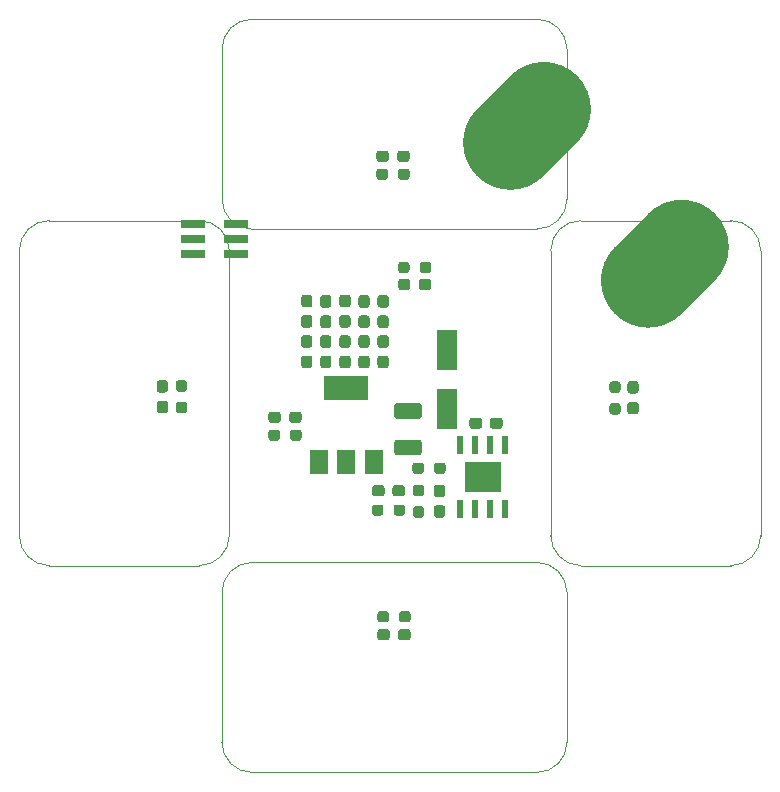
<source format=gbr>
%TF.GenerationSoftware,KiCad,Pcbnew,(5.1.8-0-10_14)*%
%TF.CreationDate,2021-03-06T23:03:25+08:00*%
%TF.ProjectId,batt_board,62617474-5f62-46f6-9172-642e6b696361,v1.0.0*%
%TF.SameCoordinates,Original*%
%TF.FileFunction,Paste,Top*%
%TF.FilePolarity,Positive*%
%FSLAX46Y46*%
G04 Gerber Fmt 4.6, Leading zero omitted, Abs format (unit mm)*
G04 Created by KiCad (PCBNEW (5.1.8-0-10_14)) date 2021-03-06 23:03:25*
%MOMM*%
%LPD*%
G01*
G04 APERTURE LIST*
%ADD10C,0.120000*%
%ADD11R,2.100000X0.750000*%
%ADD12R,1.500000X2.000000*%
%ADD13R,3.800000X2.000000*%
%ADD14R,0.600000X1.550000*%
%ADD15R,3.100000X2.600000*%
%ADD16R,1.800000X3.500000*%
G04 APERTURE END LIST*
D10*
%TO.C,J5*%
X108059200Y-72757200D02*
X108059200Y-96887200D01*
X110599200Y-99427200D02*
X123299200Y-99427200D01*
X125839200Y-96887200D02*
X125839200Y-72757200D01*
X123299200Y-70217200D02*
X110599200Y-70217200D01*
X108059200Y-96887200D02*
G75*
G03*
X110599200Y-99427200I2540000J0D01*
G01*
X123299200Y-99427200D02*
G75*
G03*
X125839200Y-96887200I0J2540000D01*
G01*
X125839200Y-72757200D02*
G75*
G03*
X123299200Y-70217200I-2540000J0D01*
G01*
X110599200Y-70217200D02*
G75*
G03*
X108059200Y-72757200I0J-2540000D01*
G01*
%TO.C,J2*%
X127757200Y-116940800D02*
X151887200Y-116940800D01*
X154427200Y-114400800D02*
X154427200Y-101700800D01*
X151887200Y-99160800D02*
X127757200Y-99160800D01*
X125217200Y-101700800D02*
X125217200Y-114400800D01*
X151887200Y-116940800D02*
G75*
G03*
X154427200Y-114400800I0J2540000D01*
G01*
X154427200Y-101700800D02*
G75*
G03*
X151887200Y-99160800I-2540000J0D01*
G01*
X127757200Y-99160800D02*
G75*
G03*
X125217200Y-101700800I0J-2540000D01*
G01*
X125217200Y-114400800D02*
G75*
G03*
X127757200Y-116940800I2540000J0D01*
G01*
%TO.C,J4*%
X153059200Y-72757200D02*
X153059200Y-96887200D01*
X155599200Y-99427200D02*
X168299200Y-99427200D01*
X170839200Y-96887200D02*
X170839200Y-72757200D01*
X168299200Y-70217200D02*
X155599200Y-70217200D01*
X153059200Y-96887200D02*
G75*
G03*
X155599200Y-99427200I2540000J0D01*
G01*
X168299200Y-99427200D02*
G75*
G03*
X170839200Y-96887200I0J2540000D01*
G01*
X170839200Y-72757200D02*
G75*
G03*
X168299200Y-70217200I-2540000J0D01*
G01*
X155599200Y-70217200D02*
G75*
G03*
X153059200Y-72757200I0J-2540000D01*
G01*
%TO.C,J3*%
X127757200Y-70940800D02*
X151887200Y-70940800D01*
X154427200Y-68400800D02*
X154427200Y-55700800D01*
X151887200Y-53160800D02*
X127757200Y-53160800D01*
X125217200Y-55700800D02*
X125217200Y-68400800D01*
X151887200Y-70940800D02*
G75*
G03*
X154427200Y-68400800I0J2540000D01*
G01*
X154427200Y-55700800D02*
G75*
G03*
X151887200Y-53160800I-2540000J0D01*
G01*
X127757200Y-53160800D02*
G75*
G03*
X125217200Y-55700800I0J-2540000D01*
G01*
X125217200Y-68400800D02*
G75*
G03*
X127757200Y-70940800I2540000J0D01*
G01*
%TD*%
D11*
%TO.C,J6*%
X126387000Y-70485000D03*
X122787000Y-70485000D03*
X126387000Y-71755000D03*
X122787000Y-71755000D03*
X126387000Y-73025000D03*
X122787000Y-73025000D03*
%TD*%
%TO.C,C3*%
G36*
G01*
X141895003Y-87009000D02*
X140044997Y-87009000D01*
G75*
G02*
X139795000Y-86759003I0J249997D01*
G01*
X139795000Y-85933997D01*
G75*
G02*
X140044997Y-85684000I249997J0D01*
G01*
X141895003Y-85684000D01*
G75*
G02*
X142145000Y-85933997I0J-249997D01*
G01*
X142145000Y-86759003D01*
G75*
G02*
X141895003Y-87009000I-249997J0D01*
G01*
G37*
G36*
G01*
X141895003Y-90084000D02*
X140044997Y-90084000D01*
G75*
G02*
X139795000Y-89834003I0J249997D01*
G01*
X139795000Y-89008997D01*
G75*
G02*
X140044997Y-88759000I249997J0D01*
G01*
X141895003Y-88759000D01*
G75*
G02*
X142145000Y-89008997I0J-249997D01*
G01*
X142145000Y-89834003D01*
G75*
G02*
X141895003Y-90084000I-249997J0D01*
G01*
G37*
%TD*%
%TO.C,J11*%
G36*
G01*
X146802390Y-60785976D02*
X149630818Y-57957548D01*
G75*
G02*
X155287672Y-57957548I2828427J-2828427D01*
G01*
X155287672Y-57957548D01*
G75*
G02*
X155287672Y-63614402I-2828427J-2828427D01*
G01*
X152459244Y-66442830D01*
G75*
G02*
X146802390Y-66442830I-2828427J2828427D01*
G01*
X146802390Y-66442830D01*
G75*
G02*
X146802390Y-60785976I2828427J2828427D01*
G01*
G37*
G36*
G01*
X158476723Y-72460309D02*
X161305151Y-69631881D01*
G75*
G02*
X166962005Y-69631881I2828427J-2828427D01*
G01*
X166962005Y-69631881D01*
G75*
G02*
X166962005Y-75288735I-2828427J-2828427D01*
G01*
X164133577Y-78117163D01*
G75*
G02*
X158476723Y-78117163I-2828427J2828427D01*
G01*
X158476723Y-78117163D01*
G75*
G02*
X158476723Y-72460309I2828427J2828427D01*
G01*
G37*
%TD*%
D12*
%TO.C,U2*%
X133463000Y-90653000D03*
X138063000Y-90653000D03*
X135763000Y-90653000D03*
D13*
X135763000Y-84353000D03*
%TD*%
D14*
%TO.C,U1*%
X145415000Y-89248000D03*
X146685000Y-89248000D03*
X147955000Y-89248000D03*
X149225000Y-89248000D03*
X149225000Y-94648000D03*
X147955000Y-94648000D03*
X146685000Y-94648000D03*
X145415000Y-94648000D03*
D15*
X147320000Y-91948000D03*
%TD*%
%TO.C,R8*%
G36*
G01*
X130131000Y-88154500D02*
X130131000Y-88629500D01*
G75*
G02*
X129893500Y-88867000I-237500J0D01*
G01*
X129393500Y-88867000D01*
G75*
G02*
X129156000Y-88629500I0J237500D01*
G01*
X129156000Y-88154500D01*
G75*
G02*
X129393500Y-87917000I237500J0D01*
G01*
X129893500Y-87917000D01*
G75*
G02*
X130131000Y-88154500I0J-237500D01*
G01*
G37*
G36*
G01*
X131956000Y-88154500D02*
X131956000Y-88629500D01*
G75*
G02*
X131718500Y-88867000I-237500J0D01*
G01*
X131218500Y-88867000D01*
G75*
G02*
X130981000Y-88629500I0J237500D01*
G01*
X130981000Y-88154500D01*
G75*
G02*
X131218500Y-87917000I237500J0D01*
G01*
X131718500Y-87917000D01*
G75*
G02*
X131956000Y-88154500I0J-237500D01*
G01*
G37*
%TD*%
%TO.C,R7*%
G36*
G01*
X138894000Y-94504500D02*
X138894000Y-94979500D01*
G75*
G02*
X138656500Y-95217000I-237500J0D01*
G01*
X138156500Y-95217000D01*
G75*
G02*
X137919000Y-94979500I0J237500D01*
G01*
X137919000Y-94504500D01*
G75*
G02*
X138156500Y-94267000I237500J0D01*
G01*
X138656500Y-94267000D01*
G75*
G02*
X138894000Y-94504500I0J-237500D01*
G01*
G37*
G36*
G01*
X140719000Y-94504500D02*
X140719000Y-94979500D01*
G75*
G02*
X140481500Y-95217000I-237500J0D01*
G01*
X139981500Y-95217000D01*
G75*
G02*
X139744000Y-94979500I0J237500D01*
G01*
X139744000Y-94504500D01*
G75*
G02*
X139981500Y-94267000I237500J0D01*
G01*
X140481500Y-94267000D01*
G75*
G02*
X140719000Y-94504500I0J-237500D01*
G01*
G37*
%TD*%
%TO.C,R6*%
G36*
G01*
X141621500Y-94405000D02*
X142096500Y-94405000D01*
G75*
G02*
X142334000Y-94642500I0J-237500D01*
G01*
X142334000Y-95142500D01*
G75*
G02*
X142096500Y-95380000I-237500J0D01*
G01*
X141621500Y-95380000D01*
G75*
G02*
X141384000Y-95142500I0J237500D01*
G01*
X141384000Y-94642500D01*
G75*
G02*
X141621500Y-94405000I237500J0D01*
G01*
G37*
G36*
G01*
X141621500Y-92580000D02*
X142096500Y-92580000D01*
G75*
G02*
X142334000Y-92817500I0J-237500D01*
G01*
X142334000Y-93317500D01*
G75*
G02*
X142096500Y-93555000I-237500J0D01*
G01*
X141621500Y-93555000D01*
G75*
G02*
X141384000Y-93317500I0J237500D01*
G01*
X141384000Y-92817500D01*
G75*
G02*
X141621500Y-92580000I237500J0D01*
G01*
G37*
%TD*%
%TO.C,R5*%
G36*
G01*
X140126964Y-74433233D02*
X140126964Y-73958233D01*
G75*
G02*
X140364464Y-73720733I237500J0D01*
G01*
X140864464Y-73720733D01*
G75*
G02*
X141101964Y-73958233I0J-237500D01*
G01*
X141101964Y-74433233D01*
G75*
G02*
X140864464Y-74670733I-237500J0D01*
G01*
X140364464Y-74670733D01*
G75*
G02*
X140126964Y-74433233I0J237500D01*
G01*
G37*
G36*
G01*
X141951964Y-74433233D02*
X141951964Y-73958233D01*
G75*
G02*
X142189464Y-73720733I237500J0D01*
G01*
X142689464Y-73720733D01*
G75*
G02*
X142926964Y-73958233I0J-237500D01*
G01*
X142926964Y-74433233D01*
G75*
G02*
X142689464Y-74670733I-237500J0D01*
G01*
X142189464Y-74670733D01*
G75*
G02*
X141951964Y-74433233I0J237500D01*
G01*
G37*
%TD*%
%TO.C,R4*%
G36*
G01*
X122028122Y-84706715D02*
X121553122Y-84706715D01*
G75*
G02*
X121315622Y-84469215I0J237500D01*
G01*
X121315622Y-83969215D01*
G75*
G02*
X121553122Y-83731715I237500J0D01*
G01*
X122028122Y-83731715D01*
G75*
G02*
X122265622Y-83969215I0J-237500D01*
G01*
X122265622Y-84469215D01*
G75*
G02*
X122028122Y-84706715I-237500J0D01*
G01*
G37*
G36*
G01*
X122028122Y-86531715D02*
X121553122Y-86531715D01*
G75*
G02*
X121315622Y-86294215I0J237500D01*
G01*
X121315622Y-85794215D01*
G75*
G02*
X121553122Y-85556715I237500J0D01*
G01*
X122028122Y-85556715D01*
G75*
G02*
X122265622Y-85794215I0J-237500D01*
G01*
X122265622Y-86294215D01*
G75*
G02*
X122028122Y-86531715I-237500J0D01*
G01*
G37*
%TD*%
%TO.C,R3*%
G36*
G01*
X139357000Y-103521500D02*
X139357000Y-103996500D01*
G75*
G02*
X139119500Y-104234000I-237500J0D01*
G01*
X138619500Y-104234000D01*
G75*
G02*
X138382000Y-103996500I0J237500D01*
G01*
X138382000Y-103521500D01*
G75*
G02*
X138619500Y-103284000I237500J0D01*
G01*
X139119500Y-103284000D01*
G75*
G02*
X139357000Y-103521500I0J-237500D01*
G01*
G37*
G36*
G01*
X141182000Y-103521500D02*
X141182000Y-103996500D01*
G75*
G02*
X140944500Y-104234000I-237500J0D01*
G01*
X140444500Y-104234000D01*
G75*
G02*
X140207000Y-103996500I0J237500D01*
G01*
X140207000Y-103521500D01*
G75*
G02*
X140444500Y-103284000I237500J0D01*
G01*
X140944500Y-103284000D01*
G75*
G02*
X141182000Y-103521500I0J-237500D01*
G01*
G37*
%TD*%
%TO.C,R2*%
G36*
G01*
X158258500Y-85668014D02*
X158733500Y-85668014D01*
G75*
G02*
X158971000Y-85905514I0J-237500D01*
G01*
X158971000Y-86405514D01*
G75*
G02*
X158733500Y-86643014I-237500J0D01*
G01*
X158258500Y-86643014D01*
G75*
G02*
X158021000Y-86405514I0J237500D01*
G01*
X158021000Y-85905514D01*
G75*
G02*
X158258500Y-85668014I237500J0D01*
G01*
G37*
G36*
G01*
X158258500Y-83843014D02*
X158733500Y-83843014D01*
G75*
G02*
X158971000Y-84080514I0J-237500D01*
G01*
X158971000Y-84580514D01*
G75*
G02*
X158733500Y-84818014I-237500J0D01*
G01*
X158258500Y-84818014D01*
G75*
G02*
X158021000Y-84580514I0J237500D01*
G01*
X158021000Y-84080514D01*
G75*
G02*
X158258500Y-83843014I237500J0D01*
G01*
G37*
%TD*%
%TO.C,R1*%
G36*
G01*
X140125000Y-66531500D02*
X140125000Y-66056500D01*
G75*
G02*
X140362500Y-65819000I237500J0D01*
G01*
X140862500Y-65819000D01*
G75*
G02*
X141100000Y-66056500I0J-237500D01*
G01*
X141100000Y-66531500D01*
G75*
G02*
X140862500Y-66769000I-237500J0D01*
G01*
X140362500Y-66769000D01*
G75*
G02*
X140125000Y-66531500I0J237500D01*
G01*
G37*
G36*
G01*
X138300000Y-66531500D02*
X138300000Y-66056500D01*
G75*
G02*
X138537500Y-65819000I237500J0D01*
G01*
X139037500Y-65819000D01*
G75*
G02*
X139275000Y-66056500I0J-237500D01*
G01*
X139275000Y-66531500D01*
G75*
G02*
X139037500Y-66769000I-237500J0D01*
G01*
X138537500Y-66769000D01*
G75*
G02*
X138300000Y-66531500I0J237500D01*
G01*
G37*
%TD*%
%TO.C,L1*%
G36*
G01*
X142323000Y-90948500D02*
X142323000Y-91423500D01*
G75*
G02*
X142085500Y-91661000I-237500J0D01*
G01*
X141585500Y-91661000D01*
G75*
G02*
X141348000Y-91423500I0J237500D01*
G01*
X141348000Y-90948500D01*
G75*
G02*
X141585500Y-90711000I237500J0D01*
G01*
X142085500Y-90711000D01*
G75*
G02*
X142323000Y-90948500I0J-237500D01*
G01*
G37*
G36*
G01*
X144148000Y-90948500D02*
X144148000Y-91423500D01*
G75*
G02*
X143910500Y-91661000I-237500J0D01*
G01*
X143410500Y-91661000D01*
G75*
G02*
X143173000Y-91423500I0J237500D01*
G01*
X143173000Y-90948500D01*
G75*
G02*
X143410500Y-90711000I237500J0D01*
G01*
X143910500Y-90711000D01*
G75*
G02*
X144148000Y-90948500I0J-237500D01*
G01*
G37*
%TD*%
%TO.C,D7*%
G36*
G01*
X130206000Y-86630500D02*
X130206000Y-87105500D01*
G75*
G02*
X129968500Y-87343000I-237500J0D01*
G01*
X129393500Y-87343000D01*
G75*
G02*
X129156000Y-87105500I0J237500D01*
G01*
X129156000Y-86630500D01*
G75*
G02*
X129393500Y-86393000I237500J0D01*
G01*
X129968500Y-86393000D01*
G75*
G02*
X130206000Y-86630500I0J-237500D01*
G01*
G37*
G36*
G01*
X131956000Y-86630500D02*
X131956000Y-87105500D01*
G75*
G02*
X131718500Y-87343000I-237500J0D01*
G01*
X131143500Y-87343000D01*
G75*
G02*
X130906000Y-87105500I0J237500D01*
G01*
X130906000Y-86630500D01*
G75*
G02*
X131143500Y-86393000I237500J0D01*
G01*
X131718500Y-86393000D01*
G75*
G02*
X131956000Y-86630500I0J-237500D01*
G01*
G37*
%TD*%
D16*
%TO.C,D6*%
X144272000Y-81193000D03*
X144272000Y-86193000D03*
%TD*%
%TO.C,D5*%
G36*
G01*
X140126964Y-75870074D02*
X140126964Y-75395074D01*
G75*
G02*
X140364464Y-75157574I237500J0D01*
G01*
X140939464Y-75157574D01*
G75*
G02*
X141176964Y-75395074I0J-237500D01*
G01*
X141176964Y-75870074D01*
G75*
G02*
X140939464Y-76107574I-237500J0D01*
G01*
X140364464Y-76107574D01*
G75*
G02*
X140126964Y-75870074I0J237500D01*
G01*
G37*
G36*
G01*
X141876964Y-75870074D02*
X141876964Y-75395074D01*
G75*
G02*
X142114464Y-75157574I237500J0D01*
G01*
X142689464Y-75157574D01*
G75*
G02*
X142926964Y-75395074I0J-237500D01*
G01*
X142926964Y-75870074D01*
G75*
G02*
X142689464Y-76107574I-237500J0D01*
G01*
X142114464Y-76107574D01*
G75*
G02*
X141876964Y-75870074I0J237500D01*
G01*
G37*
%TD*%
%TO.C,D4*%
G36*
G01*
X119936676Y-85481715D02*
X120411676Y-85481715D01*
G75*
G02*
X120649176Y-85719215I0J-237500D01*
G01*
X120649176Y-86294215D01*
G75*
G02*
X120411676Y-86531715I-237500J0D01*
G01*
X119936676Y-86531715D01*
G75*
G02*
X119699176Y-86294215I0J237500D01*
G01*
X119699176Y-85719215D01*
G75*
G02*
X119936676Y-85481715I237500J0D01*
G01*
G37*
G36*
G01*
X119936676Y-83731715D02*
X120411676Y-83731715D01*
G75*
G02*
X120649176Y-83969215I0J-237500D01*
G01*
X120649176Y-84544215D01*
G75*
G02*
X120411676Y-84781715I-237500J0D01*
G01*
X119936676Y-84781715D01*
G75*
G02*
X119699176Y-84544215I0J237500D01*
G01*
X119699176Y-83969215D01*
G75*
G02*
X119936676Y-83731715I237500J0D01*
G01*
G37*
%TD*%
%TO.C,D3*%
G36*
G01*
X140132000Y-105520500D02*
X140132000Y-105045500D01*
G75*
G02*
X140369500Y-104808000I237500J0D01*
G01*
X140944500Y-104808000D01*
G75*
G02*
X141182000Y-105045500I0J-237500D01*
G01*
X141182000Y-105520500D01*
G75*
G02*
X140944500Y-105758000I-237500J0D01*
G01*
X140369500Y-105758000D01*
G75*
G02*
X140132000Y-105520500I0J237500D01*
G01*
G37*
G36*
G01*
X138382000Y-105520500D02*
X138382000Y-105045500D01*
G75*
G02*
X138619500Y-104808000I237500J0D01*
G01*
X139194500Y-104808000D01*
G75*
G02*
X139432000Y-105045500I0J-237500D01*
G01*
X139432000Y-105520500D01*
G75*
G02*
X139194500Y-105758000I-237500J0D01*
G01*
X138619500Y-105758000D01*
G75*
G02*
X138382000Y-105520500I0J237500D01*
G01*
G37*
%TD*%
%TO.C,D2*%
G36*
G01*
X160257500Y-84867000D02*
X159782500Y-84867000D01*
G75*
G02*
X159545000Y-84629500I0J237500D01*
G01*
X159545000Y-84054500D01*
G75*
G02*
X159782500Y-83817000I237500J0D01*
G01*
X160257500Y-83817000D01*
G75*
G02*
X160495000Y-84054500I0J-237500D01*
G01*
X160495000Y-84629500D01*
G75*
G02*
X160257500Y-84867000I-237500J0D01*
G01*
G37*
G36*
G01*
X160257500Y-86617000D02*
X159782500Y-86617000D01*
G75*
G02*
X159545000Y-86379500I0J237500D01*
G01*
X159545000Y-85804500D01*
G75*
G02*
X159782500Y-85567000I237500J0D01*
G01*
X160257500Y-85567000D01*
G75*
G02*
X160495000Y-85804500I0J-237500D01*
G01*
X160495000Y-86379500D01*
G75*
G02*
X160257500Y-86617000I-237500J0D01*
G01*
G37*
%TD*%
%TO.C,D1*%
G36*
G01*
X139350000Y-64532500D02*
X139350000Y-65007500D01*
G75*
G02*
X139112500Y-65245000I-237500J0D01*
G01*
X138537500Y-65245000D01*
G75*
G02*
X138300000Y-65007500I0J237500D01*
G01*
X138300000Y-64532500D01*
G75*
G02*
X138537500Y-64295000I237500J0D01*
G01*
X139112500Y-64295000D01*
G75*
G02*
X139350000Y-64532500I0J-237500D01*
G01*
G37*
G36*
G01*
X141100000Y-64532500D02*
X141100000Y-65007500D01*
G75*
G02*
X140862500Y-65245000I-237500J0D01*
G01*
X140287500Y-65245000D01*
G75*
G02*
X140050000Y-65007500I0J237500D01*
G01*
X140050000Y-64532500D01*
G75*
G02*
X140287500Y-64295000I237500J0D01*
G01*
X140862500Y-64295000D01*
G75*
G02*
X141100000Y-64532500I0J-237500D01*
G01*
G37*
%TD*%
%TO.C,C14*%
G36*
G01*
X137008767Y-78254036D02*
X137483767Y-78254036D01*
G75*
G02*
X137721267Y-78491536I0J-237500D01*
G01*
X137721267Y-79091536D01*
G75*
G02*
X137483767Y-79329036I-237500J0D01*
G01*
X137008767Y-79329036D01*
G75*
G02*
X136771267Y-79091536I0J237500D01*
G01*
X136771267Y-78491536D01*
G75*
G02*
X137008767Y-78254036I237500J0D01*
G01*
G37*
G36*
G01*
X137008767Y-76529036D02*
X137483767Y-76529036D01*
G75*
G02*
X137721267Y-76766536I0J-237500D01*
G01*
X137721267Y-77366536D01*
G75*
G02*
X137483767Y-77604036I-237500J0D01*
G01*
X137008767Y-77604036D01*
G75*
G02*
X136771267Y-77366536I0J237500D01*
G01*
X136771267Y-76766536D01*
G75*
G02*
X137008767Y-76529036I237500J0D01*
G01*
G37*
%TD*%
%TO.C,C13*%
G36*
G01*
X135867321Y-77568511D02*
X135392321Y-77568511D01*
G75*
G02*
X135154821Y-77331011I0J237500D01*
G01*
X135154821Y-76731011D01*
G75*
G02*
X135392321Y-76493511I237500J0D01*
G01*
X135867321Y-76493511D01*
G75*
G02*
X136104821Y-76731011I0J-237500D01*
G01*
X136104821Y-77331011D01*
G75*
G02*
X135867321Y-77568511I-237500J0D01*
G01*
G37*
G36*
G01*
X135867321Y-79293511D02*
X135392321Y-79293511D01*
G75*
G02*
X135154821Y-79056011I0J237500D01*
G01*
X135154821Y-78456011D01*
G75*
G02*
X135392321Y-78218511I237500J0D01*
G01*
X135867321Y-78218511D01*
G75*
G02*
X136104821Y-78456011I0J-237500D01*
G01*
X136104821Y-79056011D01*
G75*
G02*
X135867321Y-79293511I-237500J0D01*
G01*
G37*
%TD*%
%TO.C,C12*%
G36*
G01*
X132159429Y-78218511D02*
X132634429Y-78218511D01*
G75*
G02*
X132871929Y-78456011I0J-237500D01*
G01*
X132871929Y-79056011D01*
G75*
G02*
X132634429Y-79293511I-237500J0D01*
G01*
X132159429Y-79293511D01*
G75*
G02*
X131921929Y-79056011I0J237500D01*
G01*
X131921929Y-78456011D01*
G75*
G02*
X132159429Y-78218511I237500J0D01*
G01*
G37*
G36*
G01*
X132159429Y-76493511D02*
X132634429Y-76493511D01*
G75*
G02*
X132871929Y-76731011I0J-237500D01*
G01*
X132871929Y-77331011D01*
G75*
G02*
X132634429Y-77568511I-237500J0D01*
G01*
X132159429Y-77568511D01*
G75*
G02*
X131921929Y-77331011I0J237500D01*
G01*
X131921929Y-76731011D01*
G75*
G02*
X132159429Y-76493511I237500J0D01*
G01*
G37*
%TD*%
%TO.C,C11*%
G36*
G01*
X134250875Y-77604036D02*
X133775875Y-77604036D01*
G75*
G02*
X133538375Y-77366536I0J237500D01*
G01*
X133538375Y-76766536D01*
G75*
G02*
X133775875Y-76529036I237500J0D01*
G01*
X134250875Y-76529036D01*
G75*
G02*
X134488375Y-76766536I0J-237500D01*
G01*
X134488375Y-77366536D01*
G75*
G02*
X134250875Y-77604036I-237500J0D01*
G01*
G37*
G36*
G01*
X134250875Y-79329036D02*
X133775875Y-79329036D01*
G75*
G02*
X133538375Y-79091536I0J237500D01*
G01*
X133538375Y-78491536D01*
G75*
G02*
X133775875Y-78254036I237500J0D01*
G01*
X134250875Y-78254036D01*
G75*
G02*
X134488375Y-78491536I0J-237500D01*
G01*
X134488375Y-79091536D01*
G75*
G02*
X134250875Y-79329036I-237500J0D01*
G01*
G37*
%TD*%
%TO.C,C10*%
G36*
G01*
X138625213Y-76529036D02*
X139100213Y-76529036D01*
G75*
G02*
X139337713Y-76766536I0J-237500D01*
G01*
X139337713Y-77366536D01*
G75*
G02*
X139100213Y-77604036I-237500J0D01*
G01*
X138625213Y-77604036D01*
G75*
G02*
X138387713Y-77366536I0J237500D01*
G01*
X138387713Y-76766536D01*
G75*
G02*
X138625213Y-76529036I237500J0D01*
G01*
G37*
G36*
G01*
X138625213Y-78254036D02*
X139100213Y-78254036D01*
G75*
G02*
X139337713Y-78491536I0J-237500D01*
G01*
X139337713Y-79091536D01*
G75*
G02*
X139100213Y-79329036I-237500J0D01*
G01*
X138625213Y-79329036D01*
G75*
G02*
X138387713Y-79091536I0J237500D01*
G01*
X138387713Y-78491536D01*
G75*
G02*
X138625213Y-78254036I237500J0D01*
G01*
G37*
%TD*%
%TO.C,C9*%
G36*
G01*
X137483767Y-80996934D02*
X137008767Y-80996934D01*
G75*
G02*
X136771267Y-80759434I0J237500D01*
G01*
X136771267Y-80159434D01*
G75*
G02*
X137008767Y-79921934I237500J0D01*
G01*
X137483767Y-79921934D01*
G75*
G02*
X137721267Y-80159434I0J-237500D01*
G01*
X137721267Y-80759434D01*
G75*
G02*
X137483767Y-80996934I-237500J0D01*
G01*
G37*
G36*
G01*
X137483767Y-82721934D02*
X137008767Y-82721934D01*
G75*
G02*
X136771267Y-82484434I0J237500D01*
G01*
X136771267Y-81884434D01*
G75*
G02*
X137008767Y-81646934I237500J0D01*
G01*
X137483767Y-81646934D01*
G75*
G02*
X137721267Y-81884434I0J-237500D01*
G01*
X137721267Y-82484434D01*
G75*
G02*
X137483767Y-82721934I-237500J0D01*
G01*
G37*
%TD*%
%TO.C,C8*%
G36*
G01*
X135392321Y-81646934D02*
X135867321Y-81646934D01*
G75*
G02*
X136104821Y-81884434I0J-237500D01*
G01*
X136104821Y-82484434D01*
G75*
G02*
X135867321Y-82721934I-237500J0D01*
G01*
X135392321Y-82721934D01*
G75*
G02*
X135154821Y-82484434I0J237500D01*
G01*
X135154821Y-81884434D01*
G75*
G02*
X135392321Y-81646934I237500J0D01*
G01*
G37*
G36*
G01*
X135392321Y-79921934D02*
X135867321Y-79921934D01*
G75*
G02*
X136104821Y-80159434I0J-237500D01*
G01*
X136104821Y-80759434D01*
G75*
G02*
X135867321Y-80996934I-237500J0D01*
G01*
X135392321Y-80996934D01*
G75*
G02*
X135154821Y-80759434I0J237500D01*
G01*
X135154821Y-80159434D01*
G75*
G02*
X135392321Y-79921934I237500J0D01*
G01*
G37*
%TD*%
%TO.C,C7*%
G36*
G01*
X134250875Y-80996934D02*
X133775875Y-80996934D01*
G75*
G02*
X133538375Y-80759434I0J237500D01*
G01*
X133538375Y-80159434D01*
G75*
G02*
X133775875Y-79921934I237500J0D01*
G01*
X134250875Y-79921934D01*
G75*
G02*
X134488375Y-80159434I0J-237500D01*
G01*
X134488375Y-80759434D01*
G75*
G02*
X134250875Y-80996934I-237500J0D01*
G01*
G37*
G36*
G01*
X134250875Y-82721934D02*
X133775875Y-82721934D01*
G75*
G02*
X133538375Y-82484434I0J237500D01*
G01*
X133538375Y-81884434D01*
G75*
G02*
X133775875Y-81646934I237500J0D01*
G01*
X134250875Y-81646934D01*
G75*
G02*
X134488375Y-81884434I0J-237500D01*
G01*
X134488375Y-82484434D01*
G75*
G02*
X134250875Y-82721934I-237500J0D01*
G01*
G37*
%TD*%
%TO.C,C6*%
G36*
G01*
X132159429Y-81646934D02*
X132634429Y-81646934D01*
G75*
G02*
X132871929Y-81884434I0J-237500D01*
G01*
X132871929Y-82484434D01*
G75*
G02*
X132634429Y-82721934I-237500J0D01*
G01*
X132159429Y-82721934D01*
G75*
G02*
X131921929Y-82484434I0J237500D01*
G01*
X131921929Y-81884434D01*
G75*
G02*
X132159429Y-81646934I237500J0D01*
G01*
G37*
G36*
G01*
X132159429Y-79921934D02*
X132634429Y-79921934D01*
G75*
G02*
X132871929Y-80159434I0J-237500D01*
G01*
X132871929Y-80759434D01*
G75*
G02*
X132634429Y-80996934I-237500J0D01*
G01*
X132159429Y-80996934D01*
G75*
G02*
X131921929Y-80759434I0J237500D01*
G01*
X131921929Y-80159434D01*
G75*
G02*
X132159429Y-79921934I237500J0D01*
G01*
G37*
%TD*%
%TO.C,C5*%
G36*
G01*
X139100213Y-82721934D02*
X138625213Y-82721934D01*
G75*
G02*
X138387713Y-82484434I0J237500D01*
G01*
X138387713Y-81884434D01*
G75*
G02*
X138625213Y-81646934I237500J0D01*
G01*
X139100213Y-81646934D01*
G75*
G02*
X139337713Y-81884434I0J-237500D01*
G01*
X139337713Y-82484434D01*
G75*
G02*
X139100213Y-82721934I-237500J0D01*
G01*
G37*
G36*
G01*
X139100213Y-80996934D02*
X138625213Y-80996934D01*
G75*
G02*
X138387713Y-80759434I0J237500D01*
G01*
X138387713Y-80159434D01*
G75*
G02*
X138625213Y-79921934I237500J0D01*
G01*
X139100213Y-79921934D01*
G75*
G02*
X139337713Y-80159434I0J-237500D01*
G01*
X139337713Y-80759434D01*
G75*
G02*
X139100213Y-80996934I-237500J0D01*
G01*
G37*
%TD*%
%TO.C,C4*%
G36*
G01*
X138994000Y-92853500D02*
X138994000Y-93328500D01*
G75*
G02*
X138756500Y-93566000I-237500J0D01*
G01*
X138156500Y-93566000D01*
G75*
G02*
X137919000Y-93328500I0J237500D01*
G01*
X137919000Y-92853500D01*
G75*
G02*
X138156500Y-92616000I237500J0D01*
G01*
X138756500Y-92616000D01*
G75*
G02*
X138994000Y-92853500I0J-237500D01*
G01*
G37*
G36*
G01*
X140719000Y-92853500D02*
X140719000Y-93328500D01*
G75*
G02*
X140481500Y-93566000I-237500J0D01*
G01*
X139881500Y-93566000D01*
G75*
G02*
X139644000Y-93328500I0J237500D01*
G01*
X139644000Y-92853500D01*
G75*
G02*
X139881500Y-92616000I237500J0D01*
G01*
X140481500Y-92616000D01*
G75*
G02*
X140719000Y-92853500I0J-237500D01*
G01*
G37*
%TD*%
%TO.C,C2*%
G36*
G01*
X143874500Y-93655000D02*
X143399500Y-93655000D01*
G75*
G02*
X143162000Y-93417500I0J237500D01*
G01*
X143162000Y-92817500D01*
G75*
G02*
X143399500Y-92580000I237500J0D01*
G01*
X143874500Y-92580000D01*
G75*
G02*
X144112000Y-92817500I0J-237500D01*
G01*
X144112000Y-93417500D01*
G75*
G02*
X143874500Y-93655000I-237500J0D01*
G01*
G37*
G36*
G01*
X143874500Y-95380000D02*
X143399500Y-95380000D01*
G75*
G02*
X143162000Y-95142500I0J237500D01*
G01*
X143162000Y-94542500D01*
G75*
G02*
X143399500Y-94305000I237500J0D01*
G01*
X143874500Y-94305000D01*
G75*
G02*
X144112000Y-94542500I0J-237500D01*
G01*
X144112000Y-95142500D01*
G75*
G02*
X143874500Y-95380000I-237500J0D01*
G01*
G37*
%TD*%
%TO.C,C1*%
G36*
G01*
X147899000Y-87613500D02*
X147899000Y-87138500D01*
G75*
G02*
X148136500Y-86901000I237500J0D01*
G01*
X148736500Y-86901000D01*
G75*
G02*
X148974000Y-87138500I0J-237500D01*
G01*
X148974000Y-87613500D01*
G75*
G02*
X148736500Y-87851000I-237500J0D01*
G01*
X148136500Y-87851000D01*
G75*
G02*
X147899000Y-87613500I0J237500D01*
G01*
G37*
G36*
G01*
X146174000Y-87613500D02*
X146174000Y-87138500D01*
G75*
G02*
X146411500Y-86901000I237500J0D01*
G01*
X147011500Y-86901000D01*
G75*
G02*
X147249000Y-87138500I0J-237500D01*
G01*
X147249000Y-87613500D01*
G75*
G02*
X147011500Y-87851000I-237500J0D01*
G01*
X146411500Y-87851000D01*
G75*
G02*
X146174000Y-87613500I0J237500D01*
G01*
G37*
%TD*%
M02*

</source>
